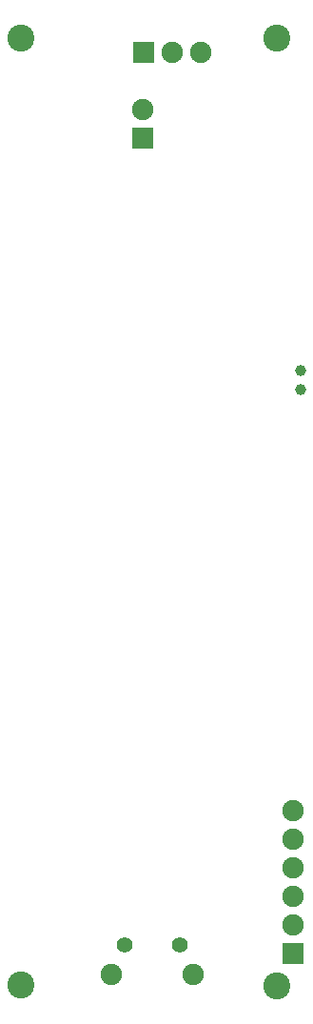
<source format=gbr>
G04 #@! TF.FileFunction,Soldermask,Bot*
%FSLAX46Y46*%
G04 Gerber Fmt 4.6, Leading zero omitted, Abs format (unit mm)*
G04 Created by KiCad (PCBNEW 4.0.7-e2-6376~58~ubuntu16.04.1) date Tue Nov 28 16:54:04 2017*
%MOMM*%
%LPD*%
G01*
G04 APERTURE LIST*
%ADD10C,0.100000*%
%ADD11C,1.003200*%
%ADD12C,2.403200*%
%ADD13R,1.903200X1.903200*%
%ADD14O,1.903200X1.903200*%
%ADD15C,1.403200*%
%ADD16C,1.903200*%
G04 APERTURE END LIST*
D10*
D11*
X26263600Y27990800D03*
X26263600Y26290800D03*
D12*
X1400000Y-26600000D03*
X24200000Y-26700000D03*
X1400000Y57600000D03*
X24200000Y57600000D03*
D13*
X12319000Y56261000D03*
D14*
X14859000Y56261000D03*
X17399000Y56261000D03*
D15*
X10656000Y-23011400D03*
X15506000Y-23011400D03*
D16*
X9456000Y-25661400D03*
X16706000Y-25661400D03*
D13*
X25628600Y-23799800D03*
D14*
X25628600Y-21259800D03*
X25628600Y-18719800D03*
X25628600Y-16179800D03*
X25628600Y-13639800D03*
X25628600Y-11099800D03*
D13*
X12192000Y48704500D03*
D14*
X12192000Y51244500D03*
M02*

</source>
